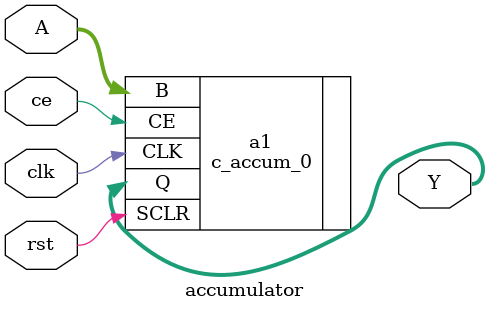
<source format=v>
`timescale 1ns / 1ps

module accumulator
    (
        input clk,
        input ce,
        input rst,
        input [12:0] A, 
        output [25:0] Y // think about length
    );
//    reg signed [25:0] ACC = 0;
//    reg signed [25:0] ACC_t;
//    reg signed [12:0] A_t;
//    always @(posedge clk)
//    begin
//        if (rst) ACC <= 0;
//        else 
//        begin
//            if (ce) begin
//                A_t <= A;   
//            end
//            else begin
//                A_t <= 13'd0;
//            end
////            ACC <= ACC_t;
//        end
//    end

//    add sum1
//    ( 
//        .A(A_t),
//        .B(ACC),
//        .CLK(clk),
//        .S(ACC_t)
//    );
//    assign Y = ACC;
    
    c_accum_0 a1
    (
        .B(A),
        .CLK(clk),
        .CE(ce),
        .SCLR(rst),
        .Q(Y)
    );
    
    

endmodule

</source>
